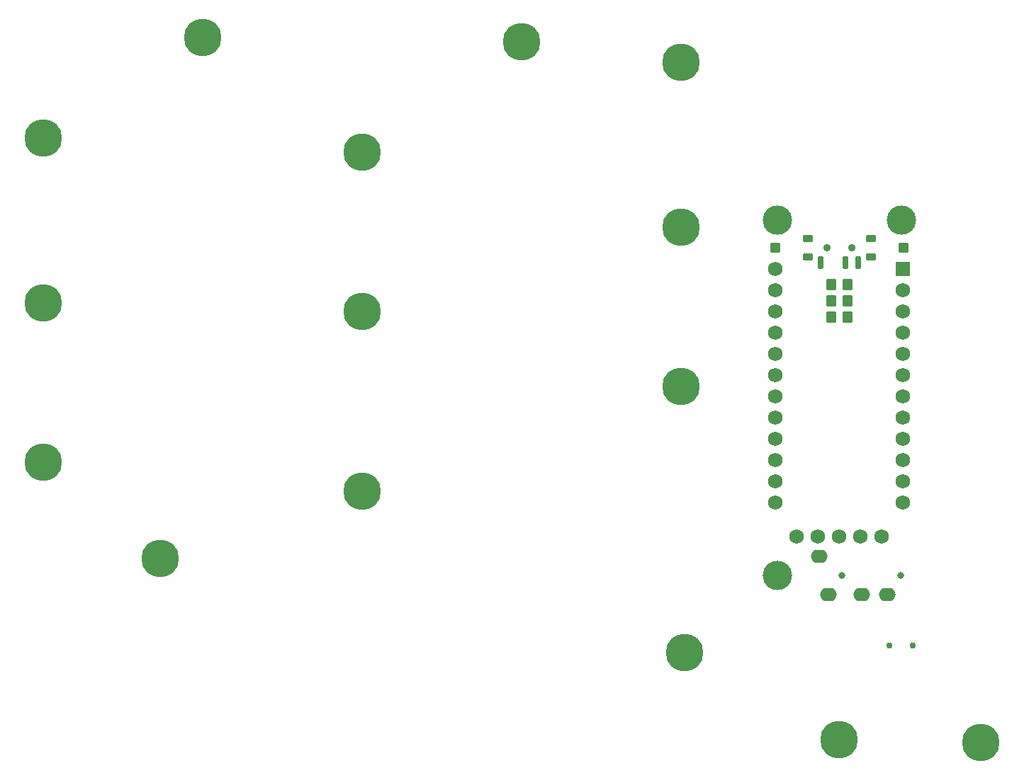
<source format=gbs>
%TF.GenerationSoftware,KiCad,Pcbnew,7.0.5*%
%TF.CreationDate,2023-10-28T19:32:10+05:30*%
%TF.ProjectId,tako_left,74616b6f-5f6c-4656-9674-2e6b69636164,rev?*%
%TF.SameCoordinates,Original*%
%TF.FileFunction,Soldermask,Bot*%
%TF.FilePolarity,Negative*%
%FSLAX46Y46*%
G04 Gerber Fmt 4.6, Leading zero omitted, Abs format (unit mm)*
G04 Created by KiCad (PCBNEW 7.0.5) date 2023-10-28 19:32:10*
%MOMM*%
%LPD*%
G01*
G04 APERTURE LIST*
G04 Aperture macros list*
%AMRoundRect*
0 Rectangle with rounded corners*
0 $1 Rounding radius*
0 $2 $3 $4 $5 $6 $7 $8 $9 X,Y pos of 4 corners*
0 Add a 4 corners polygon primitive as box body*
4,1,4,$2,$3,$4,$5,$6,$7,$8,$9,$2,$3,0*
0 Add four circle primitives for the rounded corners*
1,1,$1+$1,$2,$3*
1,1,$1+$1,$4,$5*
1,1,$1+$1,$6,$7*
1,1,$1+$1,$8,$9*
0 Add four rect primitives between the rounded corners*
20,1,$1+$1,$2,$3,$4,$5,0*
20,1,$1+$1,$4,$5,$6,$7,0*
20,1,$1+$1,$6,$7,$8,$9,0*
20,1,$1+$1,$8,$9,$2,$3,0*%
G04 Aperture macros list end*
%ADD10C,4.500000*%
%ADD11C,0.750000*%
%ADD12RoundRect,0.312500X-0.312500X-0.312500X0.312500X-0.312500X0.312500X0.312500X-0.312500X0.312500X0*%
%ADD13C,3.500000*%
%ADD14C,0.800000*%
%ADD15O,2.000000X1.600000*%
%ADD16C,1.752600*%
%ADD17RoundRect,0.312500X0.312500X0.312500X-0.312500X0.312500X-0.312500X-0.312500X0.312500X-0.312500X0*%
%ADD18RoundRect,0.120000X-0.480000X-0.280000X0.480000X-0.280000X0.480000X0.280000X-0.480000X0.280000X0*%
%ADD19C,0.900000*%
%ADD20RoundRect,0.105000X-0.245000X-0.645000X0.245000X-0.645000X0.245000X0.645000X-0.245000X0.645000X0*%
%ADD21R,1.752600X1.752600*%
%ADD22RoundRect,0.250000X0.350000X0.450000X-0.350000X0.450000X-0.350000X-0.450000X0.350000X-0.450000X0*%
%ADD23RoundRect,0.250000X-0.350000X-0.450000X0.350000X-0.450000X0.350000X0.450000X-0.350000X0.450000X0*%
G04 APERTURE END LIST*
D10*
%TO.C,H1*%
X162639543Y-44666058D03*
%TD*%
D11*
%TO.C,RSW1*%
X266490971Y-105420627D03*
X263740971Y-105420627D03*
%TD*%
D12*
%TO.C,BAT_HOLE+1*%
X250116908Y-57819421D03*
%TD*%
D10*
%TO.C,H9*%
X219789549Y-33166058D03*
%TD*%
%TO.C,H10*%
X238839551Y-35666058D03*
%TD*%
D13*
%TO.C,H17*%
X250364002Y-97039421D03*
%TD*%
D10*
%TO.C,H13*%
X239297894Y-106243092D03*
%TD*%
%TO.C,H2*%
X162639541Y-64385492D03*
%TD*%
%TO.C,H5*%
X176639550Y-94960499D03*
%TD*%
D13*
%TO.C,H15*%
X250364001Y-54480531D03*
%TD*%
D14*
%TO.C,J1*%
X265065975Y-97039423D03*
X258065975Y-97039423D03*
D15*
X255365975Y-94739423D03*
X263465975Y-99339423D03*
X260465975Y-99339423D03*
X256465975Y-99339423D03*
%TD*%
D10*
%TO.C,H14*%
X274694073Y-117014750D03*
%TD*%
%TO.C,H12*%
X238839549Y-74434995D03*
%TD*%
%TO.C,H6*%
X200739542Y-46384998D03*
%TD*%
%TO.C,H4*%
X181689545Y-32666057D03*
%TD*%
%TO.C,H11*%
X238839549Y-55384995D03*
%TD*%
D16*
%TO.C,DISP1*%
X252674330Y-92332635D03*
X255214330Y-92332635D03*
X257754330Y-92332635D03*
X260294330Y-92332635D03*
X262834330Y-92332635D03*
%TD*%
D13*
%TO.C,H16*%
X265145326Y-54480079D03*
%TD*%
D10*
%TO.C,H7*%
X200739541Y-65434995D03*
%TD*%
D17*
%TO.C,BAT_HOLE-1*%
X265390409Y-57819423D03*
%TD*%
D10*
%TO.C,H3*%
X162639550Y-83435488D03*
%TD*%
%TO.C,H19*%
X257715972Y-116670626D03*
%TD*%
%TO.C,H8*%
X200739548Y-86959992D03*
%TD*%
D18*
%TO.C,PSW1*%
X254004580Y-56712138D03*
X254004580Y-58922138D03*
D19*
X256254580Y-57812138D03*
X259254580Y-57812138D03*
D18*
X261504580Y-56712138D03*
X261504580Y-58922138D03*
D20*
X255504580Y-59572138D03*
X258504580Y-59572138D03*
X260004580Y-59572138D03*
%TD*%
D21*
%TO.C,U1*%
X265374575Y-60373659D03*
D16*
X265374575Y-62913659D03*
X265374575Y-65453659D03*
X265374575Y-67993659D03*
X265374575Y-70533659D03*
X265374575Y-73073659D03*
X265374575Y-75613659D03*
X265374575Y-78153659D03*
X265374575Y-80693659D03*
X265374575Y-83233659D03*
X265374575Y-85773659D03*
X265374575Y-88313659D03*
X250134575Y-88313659D03*
X250134575Y-85773659D03*
X250134575Y-83233659D03*
X250134575Y-80693659D03*
X250134575Y-78153659D03*
X250134575Y-75613659D03*
X250134575Y-73073659D03*
X250134575Y-70533659D03*
X250134575Y-67993659D03*
X250134575Y-65453659D03*
X250134575Y-62913659D03*
X250134575Y-60373659D03*
%TD*%
D22*
%TO.C,R3*%
X258772518Y-66142134D03*
X256772518Y-66142134D03*
%TD*%
%TO.C,R2*%
X258772513Y-64192137D03*
X256772513Y-64192137D03*
%TD*%
D23*
%TO.C,R1*%
X256772514Y-62242136D03*
X258772514Y-62242136D03*
%TD*%
M02*

</source>
